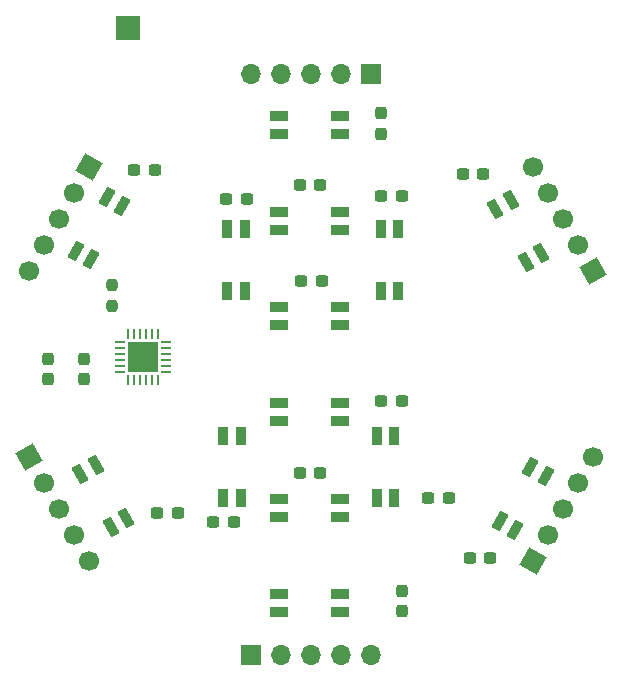
<source format=gbr>
%TF.GenerationSoftware,KiCad,Pcbnew,8.0.8*%
%TF.CreationDate,2025-04-07T13:41:04-04:00*%
%TF.ProjectId,pcb_tile_game_tile_sos,7063625f-7469-46c6-955f-67616d655f74,1.0*%
%TF.SameCoordinates,Original*%
%TF.FileFunction,Soldermask,Top*%
%TF.FilePolarity,Negative*%
%FSLAX46Y46*%
G04 Gerber Fmt 4.6, Leading zero omitted, Abs format (unit mm)*
G04 Created by KiCad (PCBNEW 8.0.8) date 2025-04-07 13:41:04*
%MOMM*%
%LPD*%
G01*
G04 APERTURE LIST*
G04 Aperture macros list*
%AMRoundRect*
0 Rectangle with rounded corners*
0 $1 Rounding radius*
0 $2 $3 $4 $5 $6 $7 $8 $9 X,Y pos of 4 corners*
0 Add a 4 corners polygon primitive as box body*
4,1,4,$2,$3,$4,$5,$6,$7,$8,$9,$2,$3,0*
0 Add four circle primitives for the rounded corners*
1,1,$1+$1,$2,$3*
1,1,$1+$1,$4,$5*
1,1,$1+$1,$6,$7*
1,1,$1+$1,$8,$9*
0 Add four rect primitives between the rounded corners*
20,1,$1+$1,$2,$3,$4,$5,0*
20,1,$1+$1,$4,$5,$6,$7,0*
20,1,$1+$1,$6,$7,$8,$9,0*
20,1,$1+$1,$8,$9,$2,$3,0*%
%AMHorizOval*
0 Thick line with rounded ends*
0 $1 width*
0 $2 $3 position (X,Y) of the first rounded end (center of the circle)*
0 $4 $5 position (X,Y) of the second rounded end (center of the circle)*
0 Add line between two ends*
20,1,$1,$2,$3,$4,$5,0*
0 Add two circle primitives to create the rounded ends*
1,1,$1,$2,$3*
1,1,$1,$4,$5*%
%AMRotRect*
0 Rectangle, with rotation*
0 The origin of the aperture is its center*
0 $1 length*
0 $2 width*
0 $3 Rotation angle, in degrees counterclockwise*
0 Add horizontal line*
21,1,$1,$2,0,0,$3*%
G04 Aperture macros list end*
%ADD10RoundRect,0.237500X-0.300000X-0.237500X0.300000X-0.237500X0.300000X0.237500X-0.300000X0.237500X0*%
%ADD11RoundRect,0.237500X0.300000X0.237500X-0.300000X0.237500X-0.300000X-0.237500X0.300000X-0.237500X0*%
%ADD12R,1.700000X1.700000*%
%ADD13O,1.700000X1.700000*%
%ADD14RoundRect,0.237500X-0.237500X0.250000X-0.237500X-0.250000X0.237500X-0.250000X0.237500X0.250000X0*%
%ADD15RoundRect,0.237500X0.237500X-0.300000X0.237500X0.300000X-0.237500X0.300000X-0.237500X-0.300000X0*%
%ADD16RotRect,1.700000X1.700000X150.000000*%
%ADD17HorizOval,1.700000X0.000000X0.000000X0.000000X0.000000X0*%
%ADD18RotRect,1.700000X1.700000X330.000000*%
%ADD19HorizOval,1.700000X0.000000X0.000000X0.000000X0.000000X0*%
%ADD20RotRect,1.700000X1.700000X210.000000*%
%ADD21HorizOval,1.700000X0.000000X0.000000X0.000000X0.000000X0*%
%ADD22RotRect,1.700000X1.700000X30.000000*%
%ADD23HorizOval,1.700000X0.000000X0.000000X0.000000X0.000000X0*%
%ADD24R,2.000000X2.000000*%
%ADD25RoundRect,0.062500X-0.350000X-0.062500X0.350000X-0.062500X0.350000X0.062500X-0.350000X0.062500X0*%
%ADD26RoundRect,0.062500X-0.062500X-0.350000X0.062500X-0.350000X0.062500X0.350000X-0.062500X0.350000X0*%
%ADD27R,2.600000X2.600000*%
%ADD28RoundRect,0.082000X-0.718000X0.328000X-0.718000X-0.328000X0.718000X-0.328000X0.718000X0.328000X0*%
%ADD29RoundRect,0.082000X0.328000X0.718000X-0.328000X0.718000X-0.328000X-0.718000X0.328000X-0.718000X0*%
%ADD30RoundRect,0.082000X0.074944X-0.785806X0.643056X-0.457806X-0.074944X0.785806X-0.643056X0.457806X0*%
%ADD31RoundRect,0.082000X-0.643056X-0.457806X-0.074944X-0.785806X0.643056X0.457806X0.074944X0.785806X0*%
%ADD32RoundRect,0.082000X0.643056X0.457806X0.074944X0.785806X-0.643056X-0.457806X-0.074944X-0.785806X0*%
%ADD33RoundRect,0.082000X-0.328000X-0.718000X0.328000X-0.718000X0.328000X0.718000X-0.328000X0.718000X0*%
%ADD34RoundRect,0.082000X-0.074944X0.785806X-0.643056X0.457806X0.074944X-0.785806X0.643056X-0.457806X0*%
G04 APERTURE END LIST*
D10*
%TO.C,C2*%
X139160000Y-89200000D03*
X140885000Y-89200000D03*
%TD*%
D11*
%TO.C,C13*%
X151760000Y-91300000D03*
X150035000Y-91300002D03*
%TD*%
%TO.C,C3*%
X147760000Y-83100000D03*
X146035000Y-83100000D03*
%TD*%
D12*
%TO.C,J2*%
X134980000Y-104600000D03*
D13*
X137520000Y-104600000D03*
X140060000Y-104600000D03*
X142600000Y-104600000D03*
X145140000Y-104600000D03*
%TD*%
D14*
%TO.C,R1*%
X123260000Y-73275000D03*
X123260000Y-75100000D03*
%TD*%
D10*
%TO.C,C10*%
X152935000Y-63900000D03*
X154660000Y-63900000D03*
%TD*%
D15*
%TO.C,C15*%
X120860000Y-81262500D03*
X120860000Y-79537500D03*
%TD*%
D10*
%TO.C,C5*%
X139135000Y-64800000D03*
X140860000Y-64800000D03*
%TD*%
D11*
%TO.C,C8*%
X134660000Y-66000000D03*
X132935000Y-66000000D03*
%TD*%
D15*
%TO.C,C6*%
X146060000Y-60500000D03*
X146060000Y-58775000D03*
%TD*%
D16*
%TO.C,J3*%
X158920000Y-96689409D03*
D17*
X160190000Y-94489704D03*
X161460000Y-92290000D03*
X162730000Y-90090295D03*
X164000000Y-87890591D03*
%TD*%
D10*
%TO.C,C14*%
X153560000Y-96400000D03*
X155285000Y-96400002D03*
%TD*%
%TO.C,C12*%
X131835000Y-93400000D03*
X133560000Y-93400000D03*
%TD*%
D18*
%TO.C,J6*%
X121300000Y-63300591D03*
D19*
X120030000Y-65500296D03*
X118760000Y-67700000D03*
X117490000Y-69899705D03*
X116220000Y-72099409D03*
%TD*%
D11*
%TO.C,C7*%
X126860000Y-63600000D03*
X125135000Y-63600000D03*
%TD*%
D15*
%TO.C,C1*%
X147760000Y-100900000D03*
X147760000Y-99175000D03*
%TD*%
D20*
%TO.C,J4*%
X163963349Y-72075928D03*
D21*
X162693349Y-69876223D03*
X161423349Y-67676519D03*
X160153349Y-65476814D03*
X158883349Y-63277110D03*
%TD*%
D11*
%TO.C,C9*%
X147760000Y-65800000D03*
X146035000Y-65800000D03*
%TD*%
D22*
%TO.C,J1*%
X116220000Y-87900591D03*
D23*
X117490000Y-90100296D03*
X118760000Y-92300000D03*
X120030000Y-94499705D03*
X121300000Y-96699409D03*
%TD*%
D10*
%TO.C,C4*%
X139260000Y-73000000D03*
X140985000Y-73000000D03*
%TD*%
D12*
%TO.C,J5*%
X145140000Y-55400000D03*
D13*
X142600000Y-55400000D03*
X140060000Y-55400000D03*
X137520000Y-55400000D03*
X134980000Y-55400000D03*
%TD*%
D24*
%TO.C,TP1*%
X124560000Y-51500000D03*
%TD*%
D25*
%TO.C,U2*%
X123922500Y-78150000D03*
X123922500Y-78650000D03*
X123922500Y-79150000D03*
X123922500Y-79650000D03*
X123922500Y-80150000D03*
X123922500Y-80650000D03*
D26*
X124610000Y-81337500D03*
X125110000Y-81337500D03*
X125610000Y-81337500D03*
X126110000Y-81337500D03*
X126610000Y-81337500D03*
X127110000Y-81337500D03*
D25*
X127797500Y-80650000D03*
X127797500Y-80150000D03*
X127797500Y-79650000D03*
X127797500Y-79150000D03*
X127797500Y-78650000D03*
X127797500Y-78150000D03*
D26*
X127110000Y-77462500D03*
X126610000Y-77462500D03*
X126110000Y-77462500D03*
X125610000Y-77462500D03*
X125110000Y-77462500D03*
X124610000Y-77462500D03*
D27*
X125860000Y-79400000D03*
%TD*%
D15*
%TO.C,C16*%
X117860000Y-81262500D03*
X117860000Y-79537500D03*
%TD*%
D11*
%TO.C,C11*%
X128822500Y-92600000D03*
X127097500Y-92600000D03*
%TD*%
D28*
%TO.C,LED2*%
X142560000Y-91400000D03*
X142560000Y-92900000D03*
X137360000Y-92900000D03*
X137360000Y-91400000D03*
%TD*%
D29*
%TO.C,LED12*%
X134183808Y-91312500D03*
X132683808Y-91312500D03*
X132683808Y-86112500D03*
X134183808Y-86112500D03*
%TD*%
D30*
%TO.C,LED10*%
X155711441Y-66824573D03*
X157010481Y-66074574D03*
X159610480Y-70577906D03*
X158311443Y-71327906D03*
%TD*%
D28*
%TO.C,LED5*%
X142560000Y-67100000D03*
X142560000Y-68600000D03*
X137360000Y-68600000D03*
X137360000Y-67100000D03*
%TD*%
%TO.C,LED1*%
X142560000Y-99500000D03*
X142560000Y-101000000D03*
X137360000Y-101000000D03*
X137360000Y-99500000D03*
%TD*%
%TO.C,LED3*%
X142560000Y-83300000D03*
X142560000Y-84800000D03*
X137360000Y-84800000D03*
X137360000Y-83300000D03*
%TD*%
D31*
%TO.C,LED7*%
X122810480Y-65877906D03*
X124109519Y-66627906D03*
X121509519Y-71131238D03*
X120210480Y-70381237D03*
%TD*%
D32*
%TO.C,LED14*%
X157360000Y-94000000D03*
X156060961Y-93250000D03*
X158660961Y-88746668D03*
X159960000Y-89496668D03*
%TD*%
D33*
%TO.C,LED8*%
X133010480Y-68565406D03*
X134510480Y-68565406D03*
X134510480Y-73765406D03*
X133010480Y-73765406D03*
%TD*%
D34*
%TO.C,LED11*%
X124459039Y-93053332D03*
X123160000Y-93803332D03*
X120560000Y-89300000D03*
X121859039Y-88550000D03*
%TD*%
D28*
%TO.C,LED4*%
X142560000Y-75200000D03*
X142560000Y-76700000D03*
X137360000Y-76700000D03*
X137360000Y-75200000D03*
%TD*%
%TO.C,LED6*%
X142560000Y-59000000D03*
X142560000Y-60500000D03*
X137360000Y-60500000D03*
X137360000Y-59000000D03*
%TD*%
D33*
%TO.C,LED9*%
X145986672Y-68565406D03*
X147486672Y-68565406D03*
X147486672Y-73765406D03*
X145986672Y-73765406D03*
%TD*%
D29*
%TO.C,LED13*%
X147160000Y-91312500D03*
X145660000Y-91312500D03*
X145660000Y-86112500D03*
X147160000Y-86112500D03*
%TD*%
M02*

</source>
